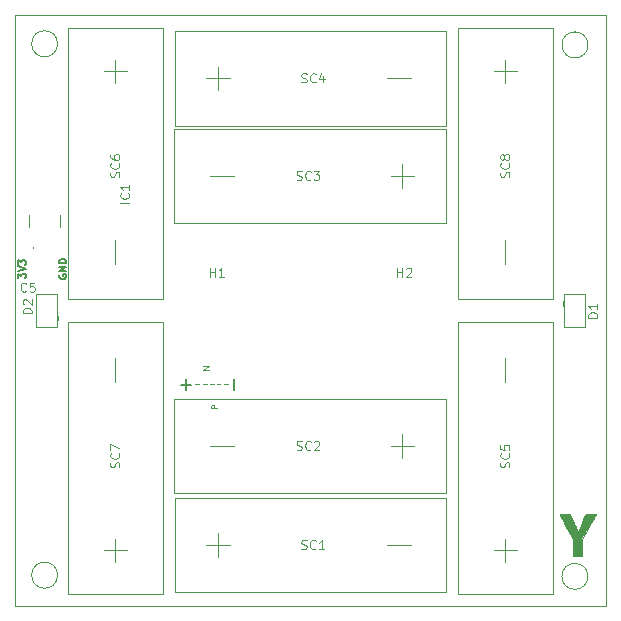
<source format=gbr>
%TF.GenerationSoftware,KiCad,Pcbnew,(5.1.4)-1*%
%TF.CreationDate,2019-10-27T14:01:39-07:00*%
%TF.ProjectId,SolarCell+Y,536f6c61-7243-4656-9c6c-2b592e6b6963,rev?*%
%TF.SameCoordinates,Original*%
%TF.FileFunction,Legend,Top*%
%TF.FilePolarity,Positive*%
%FSLAX46Y46*%
G04 Gerber Fmt 4.6, Leading zero omitted, Abs format (unit mm)*
G04 Created by KiCad (PCBNEW (5.1.4)-1) date 2019-10-27 14:01:39*
%MOMM*%
%LPD*%
G04 APERTURE LIST*
%ADD10C,0.101600*%
%ADD11C,0.120000*%
%ADD12C,0.050000*%
%ADD13C,0.127000*%
%ADD14C,0.203200*%
%ADD15C,0.010000*%
%ADD16C,0.100000*%
G04 APERTURE END LIST*
D10*
X167107809Y-73285047D02*
X166599809Y-73285047D01*
X166599809Y-73091523D01*
X166624000Y-73043142D01*
X166648190Y-73018952D01*
X166696571Y-72994761D01*
X166769142Y-72994761D01*
X166817523Y-73018952D01*
X166841714Y-73043142D01*
X166865904Y-73091523D01*
X166865904Y-73285047D01*
D11*
X167068500Y-71247000D02*
X167386000Y-71247000D01*
X166814500Y-71247000D02*
X166497000Y-71247000D01*
X168021000Y-71247000D02*
X167703500Y-71247000D01*
D12*
X198500000Y-42500000D02*
G75*
G03X198500000Y-42500000I-1100000J0D01*
G01*
X198500000Y-87500000D02*
G75*
G03X198500000Y-87500000I-1100000J0D01*
G01*
X153600000Y-87400000D02*
G75*
G03X153600000Y-87400000I-1100000J0D01*
G01*
X200000000Y-40000000D02*
X150000000Y-40000000D01*
X200000000Y-90000000D02*
X200000000Y-40000000D01*
X150000000Y-90000000D02*
X200000000Y-90000000D01*
X150000000Y-40000000D02*
X150000000Y-90000000D01*
X153600000Y-42400000D02*
G75*
G03X153600000Y-42400000I-1100000J0D01*
G01*
D13*
X150274261Y-62254190D02*
X150274261Y-61861095D01*
X150516166Y-62072761D01*
X150516166Y-61982047D01*
X150546404Y-61921571D01*
X150576642Y-61891333D01*
X150637119Y-61861095D01*
X150788309Y-61861095D01*
X150848785Y-61891333D01*
X150879023Y-61921571D01*
X150909261Y-61982047D01*
X150909261Y-62163476D01*
X150879023Y-62223952D01*
X150848785Y-62254190D01*
X150274261Y-61679666D02*
X150909261Y-61468000D01*
X150274261Y-61256333D01*
X150274261Y-61105142D02*
X150274261Y-60712047D01*
X150516166Y-60923714D01*
X150516166Y-60833000D01*
X150546404Y-60772523D01*
X150576642Y-60742285D01*
X150637119Y-60712047D01*
X150788309Y-60712047D01*
X150848785Y-60742285D01*
X150879023Y-60772523D01*
X150909261Y-60833000D01*
X150909261Y-61014428D01*
X150879023Y-61074904D01*
X150848785Y-61105142D01*
X153733500Y-61951809D02*
X153703261Y-62012285D01*
X153703261Y-62103000D01*
X153733500Y-62193714D01*
X153793976Y-62254190D01*
X153854452Y-62284428D01*
X153975404Y-62314666D01*
X154066119Y-62314666D01*
X154187071Y-62284428D01*
X154247547Y-62254190D01*
X154308023Y-62193714D01*
X154338261Y-62103000D01*
X154338261Y-62042523D01*
X154308023Y-61951809D01*
X154277785Y-61921571D01*
X154066119Y-61921571D01*
X154066119Y-62042523D01*
X154338261Y-61649428D02*
X153703261Y-61649428D01*
X154338261Y-61286571D01*
X153703261Y-61286571D01*
X154338261Y-60984190D02*
X153703261Y-60984190D01*
X153703261Y-60833000D01*
X153733500Y-60742285D01*
X153793976Y-60681809D01*
X153854452Y-60651571D01*
X153975404Y-60621333D01*
X154066119Y-60621333D01*
X154187071Y-60651571D01*
X154247547Y-60681809D01*
X154308023Y-60742285D01*
X154338261Y-60833000D01*
X154338261Y-60984190D01*
D14*
X168547142Y-71682428D02*
X168547142Y-70811571D01*
D10*
X165886190Y-69704857D02*
X166394190Y-69704857D01*
X165886190Y-69995142D01*
X166394190Y-69995142D01*
D14*
X164029571Y-71265142D02*
X164900428Y-71265142D01*
X164465000Y-71700571D02*
X164465000Y-70829714D01*
D11*
X165544500Y-71247000D02*
X165227000Y-71247000D01*
X165925500Y-71247000D02*
X166243000Y-71247000D01*
D15*
G36*
X197260089Y-82788125D02*
G01*
X197311134Y-82908693D01*
X197361925Y-83029394D01*
X197411006Y-83146714D01*
X197456918Y-83257138D01*
X197498203Y-83357154D01*
X197533405Y-83443245D01*
X197561065Y-83511900D01*
X197574868Y-83546950D01*
X197601308Y-83614368D01*
X197625110Y-83673603D01*
X197644576Y-83720540D01*
X197658007Y-83751068D01*
X197663202Y-83760844D01*
X197672432Y-83757004D01*
X197684185Y-83734602D01*
X197688399Y-83722744D01*
X197700776Y-83687730D01*
X197722027Y-83631786D01*
X197751151Y-83557382D01*
X197787147Y-83466988D01*
X197829012Y-83363077D01*
X197875745Y-83248117D01*
X197926345Y-83124580D01*
X197979808Y-82994937D01*
X198035134Y-82861658D01*
X198091321Y-82727214D01*
X198112409Y-82677000D01*
X198296671Y-82238850D01*
X198741735Y-82235512D01*
X198847743Y-82235024D01*
X198944110Y-82235175D01*
X199028123Y-82235919D01*
X199097064Y-82237208D01*
X199148217Y-82238994D01*
X199178867Y-82241229D01*
X199186800Y-82243314D01*
X199180684Y-82255751D01*
X199162921Y-82288726D01*
X199134381Y-82340680D01*
X199095938Y-82410053D01*
X199048464Y-82495284D01*
X198992831Y-82594812D01*
X198929911Y-82707078D01*
X198860577Y-82830521D01*
X198785702Y-82963580D01*
X198706157Y-83104696D01*
X198622816Y-83252307D01*
X198608950Y-83276844D01*
X198031100Y-84299233D01*
X198031100Y-85775800D01*
X197231000Y-85775800D01*
X197231000Y-84329650D01*
X196672200Y-83286168D01*
X196591440Y-83135307D01*
X196514180Y-82990879D01*
X196441251Y-82854445D01*
X196373487Y-82727569D01*
X196311720Y-82611812D01*
X196256782Y-82508737D01*
X196209506Y-82419905D01*
X196170724Y-82346878D01*
X196141269Y-82291220D01*
X196121973Y-82254491D01*
X196113669Y-82238254D01*
X196113400Y-82237593D01*
X196125626Y-82236422D01*
X196160413Y-82235345D01*
X196214921Y-82234396D01*
X196286310Y-82233605D01*
X196371741Y-82233004D01*
X196468374Y-82232625D01*
X196568745Y-82232500D01*
X197024090Y-82232500D01*
X197260089Y-82788125D01*
X197260089Y-82788125D01*
G37*
X197260089Y-82788125D02*
X197311134Y-82908693D01*
X197361925Y-83029394D01*
X197411006Y-83146714D01*
X197456918Y-83257138D01*
X197498203Y-83357154D01*
X197533405Y-83443245D01*
X197561065Y-83511900D01*
X197574868Y-83546950D01*
X197601308Y-83614368D01*
X197625110Y-83673603D01*
X197644576Y-83720540D01*
X197658007Y-83751068D01*
X197663202Y-83760844D01*
X197672432Y-83757004D01*
X197684185Y-83734602D01*
X197688399Y-83722744D01*
X197700776Y-83687730D01*
X197722027Y-83631786D01*
X197751151Y-83557382D01*
X197787147Y-83466988D01*
X197829012Y-83363077D01*
X197875745Y-83248117D01*
X197926345Y-83124580D01*
X197979808Y-82994937D01*
X198035134Y-82861658D01*
X198091321Y-82727214D01*
X198112409Y-82677000D01*
X198296671Y-82238850D01*
X198741735Y-82235512D01*
X198847743Y-82235024D01*
X198944110Y-82235175D01*
X199028123Y-82235919D01*
X199097064Y-82237208D01*
X199148217Y-82238994D01*
X199178867Y-82241229D01*
X199186800Y-82243314D01*
X199180684Y-82255751D01*
X199162921Y-82288726D01*
X199134381Y-82340680D01*
X199095938Y-82410053D01*
X199048464Y-82495284D01*
X198992831Y-82594812D01*
X198929911Y-82707078D01*
X198860577Y-82830521D01*
X198785702Y-82963580D01*
X198706157Y-83104696D01*
X198622816Y-83252307D01*
X198608950Y-83276844D01*
X198031100Y-84299233D01*
X198031100Y-85775800D01*
X197231000Y-85775800D01*
X197231000Y-84329650D01*
X196672200Y-83286168D01*
X196591440Y-83135307D01*
X196514180Y-82990879D01*
X196441251Y-82854445D01*
X196373487Y-82727569D01*
X196311720Y-82611812D01*
X196256782Y-82508737D01*
X196209506Y-82419905D01*
X196170724Y-82346878D01*
X196141269Y-82291220D01*
X196121973Y-82254491D01*
X196113669Y-82238254D01*
X196113400Y-82237593D01*
X196125626Y-82236422D01*
X196160413Y-82235345D01*
X196214921Y-82234396D01*
X196286310Y-82233605D01*
X196371741Y-82233004D01*
X196468374Y-82232625D01*
X196568745Y-82232500D01*
X197024090Y-82232500D01*
X197260089Y-82788125D01*
D11*
X186496200Y-80454000D02*
X163496200Y-80454000D01*
X163496200Y-80454000D02*
X163496200Y-72454000D01*
X163496200Y-72454000D02*
X186496200Y-72454000D01*
X186496200Y-72454000D02*
X186496200Y-80454000D01*
X182796200Y-77454000D02*
X182796200Y-75454000D01*
X183796200Y-76454000D02*
X181796200Y-76454000D01*
X168496200Y-76454000D02*
X166496200Y-76454000D01*
D16*
X151513500Y-59604000D02*
G75*
G02X151513500Y-59704000I0J-50000D01*
G01*
X151513500Y-59704000D02*
G75*
G02X151513500Y-59604000I0J50000D01*
G01*
X151513500Y-59704000D02*
X151513500Y-59704000D01*
X151513500Y-59604000D02*
X151513500Y-59604000D01*
X153763500Y-57904000D02*
X153770500Y-56904000D01*
X151163500Y-57904000D02*
X151160500Y-56904000D01*
D11*
X163500000Y-80836000D02*
X186500000Y-80836000D01*
X186500000Y-80836000D02*
X186500000Y-88836000D01*
X186500000Y-88836000D02*
X163500000Y-88836000D01*
X163500000Y-88836000D02*
X163500000Y-80836000D01*
X167200000Y-83836000D02*
X167200000Y-85836000D01*
X166200000Y-84836000D02*
X168200000Y-84836000D01*
X181500000Y-84836000D02*
X183500000Y-84836000D01*
X191508000Y-59037000D02*
X191508000Y-61037000D01*
X191508000Y-43737000D02*
X191508000Y-45737000D01*
X192508000Y-44737000D02*
X190508000Y-44737000D01*
X187508000Y-41037000D02*
X195508000Y-41037000D01*
X187508000Y-64037000D02*
X187508000Y-41037000D01*
X195508000Y-64037000D02*
X187508000Y-64037000D01*
X195508000Y-41037000D02*
X195508000Y-64037000D01*
X158492000Y-71000000D02*
X158492000Y-69000000D01*
X158492000Y-86300000D02*
X158492000Y-84300000D01*
X157492000Y-85300000D02*
X159492000Y-85300000D01*
X162492000Y-89000000D02*
X154492000Y-89000000D01*
X162492000Y-66000000D02*
X162492000Y-89000000D01*
X154492000Y-66000000D02*
X162492000Y-66000000D01*
X154492000Y-89000000D02*
X154492000Y-66000000D01*
X158492000Y-59037000D02*
X158492000Y-61037000D01*
X158492000Y-43737000D02*
X158492000Y-45737000D01*
X159492000Y-44737000D02*
X157492000Y-44737000D01*
X154492000Y-41037000D02*
X162492000Y-41037000D01*
X154492000Y-64037000D02*
X154492000Y-41037000D01*
X162492000Y-64037000D02*
X154492000Y-64037000D01*
X162492000Y-41037000D02*
X162492000Y-64037000D01*
X191508000Y-71000000D02*
X191508000Y-69000000D01*
X191508000Y-86300000D02*
X191508000Y-84300000D01*
X190508000Y-85300000D02*
X192508000Y-85300000D01*
X195508000Y-89000000D02*
X187508000Y-89000000D01*
X195508000Y-66000000D02*
X195508000Y-89000000D01*
X187508000Y-66000000D02*
X195508000Y-66000000D01*
X187508000Y-89000000D02*
X187508000Y-66000000D01*
X181500000Y-45339000D02*
X183500000Y-45339000D01*
X166200000Y-45339000D02*
X168200000Y-45339000D01*
X167200000Y-44339000D02*
X167200000Y-46339000D01*
X163500000Y-49339000D02*
X163500000Y-41339000D01*
X186500000Y-49339000D02*
X163500000Y-49339000D01*
X186500000Y-41339000D02*
X186500000Y-49339000D01*
X163500000Y-41339000D02*
X186500000Y-41339000D01*
X168496200Y-53594000D02*
X166496200Y-53594000D01*
X183796200Y-53594000D02*
X181796200Y-53594000D01*
X182796200Y-54594000D02*
X182796200Y-52594000D01*
X186496200Y-49594000D02*
X186496200Y-57594000D01*
X163496200Y-49594000D02*
X186496200Y-49594000D01*
X163496200Y-57594000D02*
X163496200Y-49594000D01*
X186496200Y-57594000D02*
X163496200Y-57594000D01*
X153654000Y-65824000D02*
X153654000Y-65424000D01*
X151754000Y-66424000D02*
X151754000Y-63624000D01*
X153554000Y-66424000D02*
X151754000Y-66424000D01*
X153554000Y-63624000D02*
X153554000Y-66424000D01*
X151754000Y-63624000D02*
X153554000Y-63624000D01*
X196358000Y-64224000D02*
X196358000Y-64624000D01*
X198258000Y-63624000D02*
X198258000Y-66424000D01*
X196458000Y-63624000D02*
X198258000Y-63624000D01*
X196458000Y-66424000D02*
X196458000Y-63624000D01*
X198258000Y-66424000D02*
X196458000Y-66424000D01*
D10*
X173834628Y-76762428D02*
X173943485Y-76798714D01*
X174124914Y-76798714D01*
X174197485Y-76762428D01*
X174233771Y-76726142D01*
X174270057Y-76653571D01*
X174270057Y-76581000D01*
X174233771Y-76508428D01*
X174197485Y-76472142D01*
X174124914Y-76435857D01*
X173979771Y-76399571D01*
X173907200Y-76363285D01*
X173870914Y-76327000D01*
X173834628Y-76254428D01*
X173834628Y-76181857D01*
X173870914Y-76109285D01*
X173907200Y-76073000D01*
X173979771Y-76036714D01*
X174161200Y-76036714D01*
X174270057Y-76073000D01*
X175032057Y-76726142D02*
X174995771Y-76762428D01*
X174886914Y-76798714D01*
X174814342Y-76798714D01*
X174705485Y-76762428D01*
X174632914Y-76689857D01*
X174596628Y-76617285D01*
X174560342Y-76472142D01*
X174560342Y-76363285D01*
X174596628Y-76218142D01*
X174632914Y-76145571D01*
X174705485Y-76073000D01*
X174814342Y-76036714D01*
X174886914Y-76036714D01*
X174995771Y-76073000D01*
X175032057Y-76109285D01*
X175322342Y-76109285D02*
X175358628Y-76073000D01*
X175431200Y-76036714D01*
X175612628Y-76036714D01*
X175685200Y-76073000D01*
X175721485Y-76109285D01*
X175757771Y-76181857D01*
X175757771Y-76254428D01*
X175721485Y-76363285D01*
X175286057Y-76798714D01*
X175757771Y-76798714D01*
X159668214Y-55861857D02*
X158906214Y-55861857D01*
X159595642Y-55063571D02*
X159631928Y-55099857D01*
X159668214Y-55208714D01*
X159668214Y-55281285D01*
X159631928Y-55390142D01*
X159559357Y-55462714D01*
X159486785Y-55499000D01*
X159341642Y-55535285D01*
X159232785Y-55535285D01*
X159087642Y-55499000D01*
X159015071Y-55462714D01*
X158942500Y-55390142D01*
X158906214Y-55281285D01*
X158906214Y-55208714D01*
X158942500Y-55099857D01*
X158978785Y-55063571D01*
X159668214Y-54337857D02*
X159668214Y-54773285D01*
X159668214Y-54555571D02*
X158906214Y-54555571D01*
X159015071Y-54628142D01*
X159087642Y-54700714D01*
X159123928Y-54773285D01*
X182356928Y-62144714D02*
X182356928Y-61382714D01*
X182356928Y-61745571D02*
X182792357Y-61745571D01*
X182792357Y-62144714D02*
X182792357Y-61382714D01*
X183118928Y-61455285D02*
X183155214Y-61419000D01*
X183227785Y-61382714D01*
X183409214Y-61382714D01*
X183481785Y-61419000D01*
X183518071Y-61455285D01*
X183554357Y-61527857D01*
X183554357Y-61600428D01*
X183518071Y-61709285D01*
X183082642Y-62144714D01*
X183554357Y-62144714D01*
X166481928Y-62144714D02*
X166481928Y-61382714D01*
X166481928Y-61745571D02*
X166917357Y-61745571D01*
X166917357Y-62144714D02*
X166917357Y-61382714D01*
X167679357Y-62144714D02*
X167243928Y-62144714D01*
X167461642Y-62144714D02*
X167461642Y-61382714D01*
X167389071Y-61491571D01*
X167316500Y-61564142D01*
X167243928Y-61600428D01*
X174238428Y-85144428D02*
X174347285Y-85180714D01*
X174528714Y-85180714D01*
X174601285Y-85144428D01*
X174637571Y-85108142D01*
X174673857Y-85035571D01*
X174673857Y-84963000D01*
X174637571Y-84890428D01*
X174601285Y-84854142D01*
X174528714Y-84817857D01*
X174383571Y-84781571D01*
X174311000Y-84745285D01*
X174274714Y-84709000D01*
X174238428Y-84636428D01*
X174238428Y-84563857D01*
X174274714Y-84491285D01*
X174311000Y-84455000D01*
X174383571Y-84418714D01*
X174565000Y-84418714D01*
X174673857Y-84455000D01*
X175435857Y-85108142D02*
X175399571Y-85144428D01*
X175290714Y-85180714D01*
X175218142Y-85180714D01*
X175109285Y-85144428D01*
X175036714Y-85071857D01*
X175000428Y-84999285D01*
X174964142Y-84854142D01*
X174964142Y-84745285D01*
X175000428Y-84600142D01*
X175036714Y-84527571D01*
X175109285Y-84455000D01*
X175218142Y-84418714D01*
X175290714Y-84418714D01*
X175399571Y-84455000D01*
X175435857Y-84491285D01*
X176161571Y-85180714D02*
X175726142Y-85180714D01*
X175943857Y-85180714D02*
X175943857Y-84418714D01*
X175871285Y-84527571D01*
X175798714Y-84600142D01*
X175726142Y-84636428D01*
X191816428Y-53698571D02*
X191852714Y-53589714D01*
X191852714Y-53408285D01*
X191816428Y-53335714D01*
X191780142Y-53299428D01*
X191707571Y-53263142D01*
X191635000Y-53263142D01*
X191562428Y-53299428D01*
X191526142Y-53335714D01*
X191489857Y-53408285D01*
X191453571Y-53553428D01*
X191417285Y-53626000D01*
X191381000Y-53662285D01*
X191308428Y-53698571D01*
X191235857Y-53698571D01*
X191163285Y-53662285D01*
X191127000Y-53626000D01*
X191090714Y-53553428D01*
X191090714Y-53372000D01*
X191127000Y-53263142D01*
X191780142Y-52501142D02*
X191816428Y-52537428D01*
X191852714Y-52646285D01*
X191852714Y-52718857D01*
X191816428Y-52827714D01*
X191743857Y-52900285D01*
X191671285Y-52936571D01*
X191526142Y-52972857D01*
X191417285Y-52972857D01*
X191272142Y-52936571D01*
X191199571Y-52900285D01*
X191127000Y-52827714D01*
X191090714Y-52718857D01*
X191090714Y-52646285D01*
X191127000Y-52537428D01*
X191163285Y-52501142D01*
X191417285Y-52065714D02*
X191381000Y-52138285D01*
X191344714Y-52174571D01*
X191272142Y-52210857D01*
X191235857Y-52210857D01*
X191163285Y-52174571D01*
X191127000Y-52138285D01*
X191090714Y-52065714D01*
X191090714Y-51920571D01*
X191127000Y-51848000D01*
X191163285Y-51811714D01*
X191235857Y-51775428D01*
X191272142Y-51775428D01*
X191344714Y-51811714D01*
X191381000Y-51848000D01*
X191417285Y-51920571D01*
X191417285Y-52065714D01*
X191453571Y-52138285D01*
X191489857Y-52174571D01*
X191562428Y-52210857D01*
X191707571Y-52210857D01*
X191780142Y-52174571D01*
X191816428Y-52138285D01*
X191852714Y-52065714D01*
X191852714Y-51920571D01*
X191816428Y-51848000D01*
X191780142Y-51811714D01*
X191707571Y-51775428D01*
X191562428Y-51775428D01*
X191489857Y-51811714D01*
X191453571Y-51848000D01*
X191417285Y-51920571D01*
X158800428Y-78261571D02*
X158836714Y-78152714D01*
X158836714Y-77971285D01*
X158800428Y-77898714D01*
X158764142Y-77862428D01*
X158691571Y-77826142D01*
X158619000Y-77826142D01*
X158546428Y-77862428D01*
X158510142Y-77898714D01*
X158473857Y-77971285D01*
X158437571Y-78116428D01*
X158401285Y-78189000D01*
X158365000Y-78225285D01*
X158292428Y-78261571D01*
X158219857Y-78261571D01*
X158147285Y-78225285D01*
X158111000Y-78189000D01*
X158074714Y-78116428D01*
X158074714Y-77935000D01*
X158111000Y-77826142D01*
X158764142Y-77064142D02*
X158800428Y-77100428D01*
X158836714Y-77209285D01*
X158836714Y-77281857D01*
X158800428Y-77390714D01*
X158727857Y-77463285D01*
X158655285Y-77499571D01*
X158510142Y-77535857D01*
X158401285Y-77535857D01*
X158256142Y-77499571D01*
X158183571Y-77463285D01*
X158111000Y-77390714D01*
X158074714Y-77281857D01*
X158074714Y-77209285D01*
X158111000Y-77100428D01*
X158147285Y-77064142D01*
X158074714Y-76810142D02*
X158074714Y-76302142D01*
X158836714Y-76628714D01*
X158800428Y-53698571D02*
X158836714Y-53589714D01*
X158836714Y-53408285D01*
X158800428Y-53335714D01*
X158764142Y-53299428D01*
X158691571Y-53263142D01*
X158619000Y-53263142D01*
X158546428Y-53299428D01*
X158510142Y-53335714D01*
X158473857Y-53408285D01*
X158437571Y-53553428D01*
X158401285Y-53626000D01*
X158365000Y-53662285D01*
X158292428Y-53698571D01*
X158219857Y-53698571D01*
X158147285Y-53662285D01*
X158111000Y-53626000D01*
X158074714Y-53553428D01*
X158074714Y-53372000D01*
X158111000Y-53263142D01*
X158764142Y-52501142D02*
X158800428Y-52537428D01*
X158836714Y-52646285D01*
X158836714Y-52718857D01*
X158800428Y-52827714D01*
X158727857Y-52900285D01*
X158655285Y-52936571D01*
X158510142Y-52972857D01*
X158401285Y-52972857D01*
X158256142Y-52936571D01*
X158183571Y-52900285D01*
X158111000Y-52827714D01*
X158074714Y-52718857D01*
X158074714Y-52646285D01*
X158111000Y-52537428D01*
X158147285Y-52501142D01*
X158074714Y-51848000D02*
X158074714Y-51993142D01*
X158111000Y-52065714D01*
X158147285Y-52102000D01*
X158256142Y-52174571D01*
X158401285Y-52210857D01*
X158691571Y-52210857D01*
X158764142Y-52174571D01*
X158800428Y-52138285D01*
X158836714Y-52065714D01*
X158836714Y-51920571D01*
X158800428Y-51848000D01*
X158764142Y-51811714D01*
X158691571Y-51775428D01*
X158510142Y-51775428D01*
X158437571Y-51811714D01*
X158401285Y-51848000D01*
X158365000Y-51920571D01*
X158365000Y-52065714D01*
X158401285Y-52138285D01*
X158437571Y-52174571D01*
X158510142Y-52210857D01*
X191816428Y-78261571D02*
X191852714Y-78152714D01*
X191852714Y-77971285D01*
X191816428Y-77898714D01*
X191780142Y-77862428D01*
X191707571Y-77826142D01*
X191635000Y-77826142D01*
X191562428Y-77862428D01*
X191526142Y-77898714D01*
X191489857Y-77971285D01*
X191453571Y-78116428D01*
X191417285Y-78189000D01*
X191381000Y-78225285D01*
X191308428Y-78261571D01*
X191235857Y-78261571D01*
X191163285Y-78225285D01*
X191127000Y-78189000D01*
X191090714Y-78116428D01*
X191090714Y-77935000D01*
X191127000Y-77826142D01*
X191780142Y-77064142D02*
X191816428Y-77100428D01*
X191852714Y-77209285D01*
X191852714Y-77281857D01*
X191816428Y-77390714D01*
X191743857Y-77463285D01*
X191671285Y-77499571D01*
X191526142Y-77535857D01*
X191417285Y-77535857D01*
X191272142Y-77499571D01*
X191199571Y-77463285D01*
X191127000Y-77390714D01*
X191090714Y-77281857D01*
X191090714Y-77209285D01*
X191127000Y-77100428D01*
X191163285Y-77064142D01*
X191090714Y-76374714D02*
X191090714Y-76737571D01*
X191453571Y-76773857D01*
X191417285Y-76737571D01*
X191381000Y-76665000D01*
X191381000Y-76483571D01*
X191417285Y-76411000D01*
X191453571Y-76374714D01*
X191526142Y-76338428D01*
X191707571Y-76338428D01*
X191780142Y-76374714D01*
X191816428Y-76411000D01*
X191852714Y-76483571D01*
X191852714Y-76665000D01*
X191816428Y-76737571D01*
X191780142Y-76773857D01*
X174238428Y-45647428D02*
X174347285Y-45683714D01*
X174528714Y-45683714D01*
X174601285Y-45647428D01*
X174637571Y-45611142D01*
X174673857Y-45538571D01*
X174673857Y-45466000D01*
X174637571Y-45393428D01*
X174601285Y-45357142D01*
X174528714Y-45320857D01*
X174383571Y-45284571D01*
X174311000Y-45248285D01*
X174274714Y-45212000D01*
X174238428Y-45139428D01*
X174238428Y-45066857D01*
X174274714Y-44994285D01*
X174311000Y-44958000D01*
X174383571Y-44921714D01*
X174565000Y-44921714D01*
X174673857Y-44958000D01*
X175435857Y-45611142D02*
X175399571Y-45647428D01*
X175290714Y-45683714D01*
X175218142Y-45683714D01*
X175109285Y-45647428D01*
X175036714Y-45574857D01*
X175000428Y-45502285D01*
X174964142Y-45357142D01*
X174964142Y-45248285D01*
X175000428Y-45103142D01*
X175036714Y-45030571D01*
X175109285Y-44958000D01*
X175218142Y-44921714D01*
X175290714Y-44921714D01*
X175399571Y-44958000D01*
X175435857Y-44994285D01*
X176089000Y-45175714D02*
X176089000Y-45683714D01*
X175907571Y-44885428D02*
X175726142Y-45429714D01*
X176197857Y-45429714D01*
X173834628Y-53902428D02*
X173943485Y-53938714D01*
X174124914Y-53938714D01*
X174197485Y-53902428D01*
X174233771Y-53866142D01*
X174270057Y-53793571D01*
X174270057Y-53721000D01*
X174233771Y-53648428D01*
X174197485Y-53612142D01*
X174124914Y-53575857D01*
X173979771Y-53539571D01*
X173907200Y-53503285D01*
X173870914Y-53467000D01*
X173834628Y-53394428D01*
X173834628Y-53321857D01*
X173870914Y-53249285D01*
X173907200Y-53213000D01*
X173979771Y-53176714D01*
X174161200Y-53176714D01*
X174270057Y-53213000D01*
X175032057Y-53866142D02*
X174995771Y-53902428D01*
X174886914Y-53938714D01*
X174814342Y-53938714D01*
X174705485Y-53902428D01*
X174632914Y-53829857D01*
X174596628Y-53757285D01*
X174560342Y-53612142D01*
X174560342Y-53503285D01*
X174596628Y-53358142D01*
X174632914Y-53285571D01*
X174705485Y-53213000D01*
X174814342Y-53176714D01*
X174886914Y-53176714D01*
X174995771Y-53213000D01*
X175032057Y-53249285D01*
X175286057Y-53176714D02*
X175757771Y-53176714D01*
X175503771Y-53467000D01*
X175612628Y-53467000D01*
X175685200Y-53503285D01*
X175721485Y-53539571D01*
X175757771Y-53612142D01*
X175757771Y-53793571D01*
X175721485Y-53866142D01*
X175685200Y-53902428D01*
X175612628Y-53938714D01*
X175394914Y-53938714D01*
X175322342Y-53902428D01*
X175286057Y-53866142D01*
X151411214Y-65205428D02*
X150649214Y-65205428D01*
X150649214Y-65024000D01*
X150685500Y-64915142D01*
X150758071Y-64842571D01*
X150830642Y-64806285D01*
X150975785Y-64770000D01*
X151084642Y-64770000D01*
X151229785Y-64806285D01*
X151302357Y-64842571D01*
X151374928Y-64915142D01*
X151411214Y-65024000D01*
X151411214Y-65205428D01*
X150721785Y-64479714D02*
X150685500Y-64443428D01*
X150649214Y-64370857D01*
X150649214Y-64189428D01*
X150685500Y-64116857D01*
X150721785Y-64080571D01*
X150794357Y-64044285D01*
X150866928Y-64044285D01*
X150975785Y-64080571D01*
X151411214Y-64516000D01*
X151411214Y-64044285D01*
X199290214Y-65586428D02*
X198528214Y-65586428D01*
X198528214Y-65405000D01*
X198564500Y-65296142D01*
X198637071Y-65223571D01*
X198709642Y-65187285D01*
X198854785Y-65151000D01*
X198963642Y-65151000D01*
X199108785Y-65187285D01*
X199181357Y-65223571D01*
X199253928Y-65296142D01*
X199290214Y-65405000D01*
X199290214Y-65586428D01*
X199290214Y-64425285D02*
X199290214Y-64860714D01*
X199290214Y-64643000D02*
X198528214Y-64643000D01*
X198637071Y-64715571D01*
X198709642Y-64788142D01*
X198745928Y-64860714D01*
X150939500Y-63327642D02*
X150903214Y-63363928D01*
X150794357Y-63400214D01*
X150721785Y-63400214D01*
X150612928Y-63363928D01*
X150540357Y-63291357D01*
X150504071Y-63218785D01*
X150467785Y-63073642D01*
X150467785Y-62964785D01*
X150504071Y-62819642D01*
X150540357Y-62747071D01*
X150612928Y-62674500D01*
X150721785Y-62638214D01*
X150794357Y-62638214D01*
X150903214Y-62674500D01*
X150939500Y-62710785D01*
X151628928Y-62638214D02*
X151266071Y-62638214D01*
X151229785Y-63001071D01*
X151266071Y-62964785D01*
X151338642Y-62928500D01*
X151520071Y-62928500D01*
X151592642Y-62964785D01*
X151628928Y-63001071D01*
X151665214Y-63073642D01*
X151665214Y-63255071D01*
X151628928Y-63327642D01*
X151592642Y-63363928D01*
X151520071Y-63400214D01*
X151338642Y-63400214D01*
X151266071Y-63363928D01*
X151229785Y-63327642D01*
M02*

</source>
